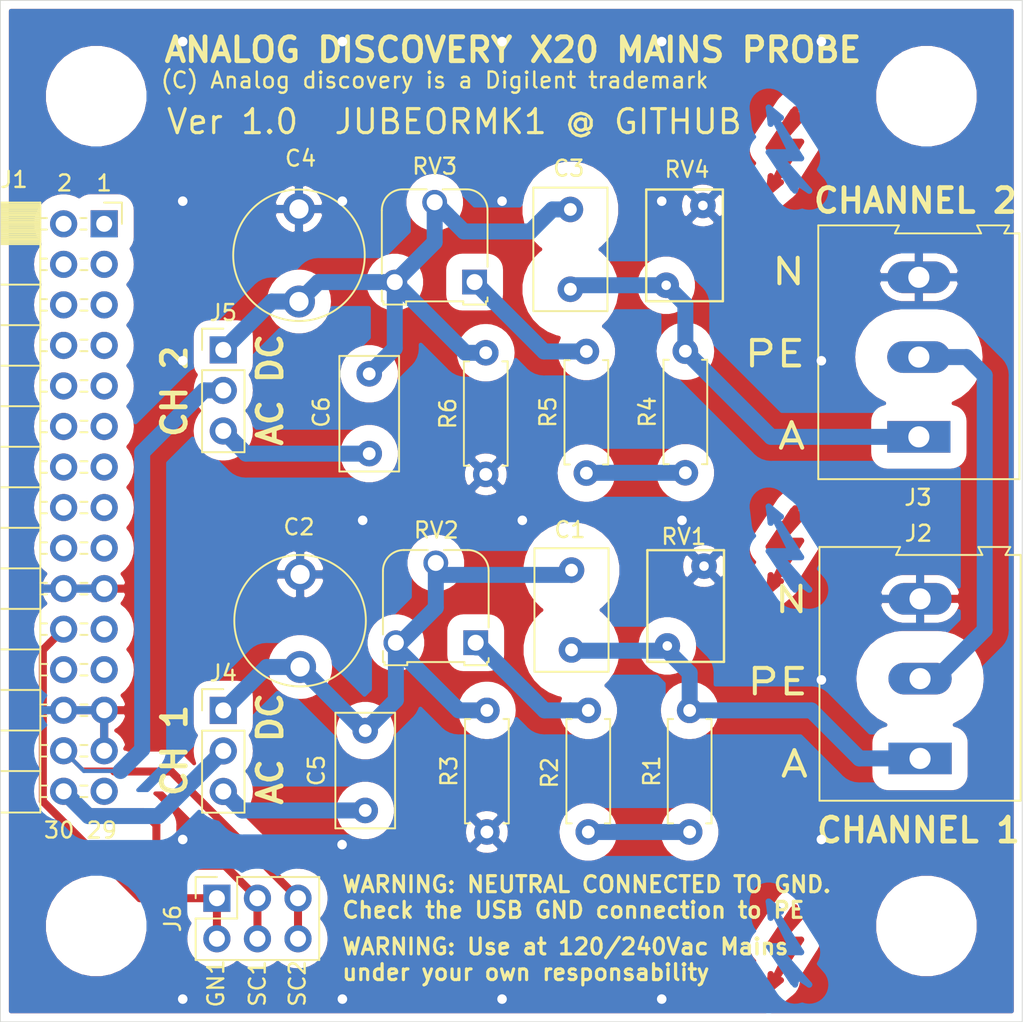
<source format=kicad_pcb>
(kicad_pcb (version 20171130) (host pcbnew "(5.1.2)-1")
  (title_block (date 2019-10-02))
  (layers (0 F.Cu signal hide) (31 B.Cu signal) (34 B.Paste user hide) (35 F.Paste user hide) (36 B.SilkS user) (37 F.SilkS user) (38 B.Mask user) (39 F.Mask user hide) (44 Edge.Cuts user))
  (net 0 "")
  (net 1 /VIN_SC1_P)
  (net 2 /VIN_SC2_P)
  (net 3 /VOUT+5V0)
  (net 4 /VOUT-5V0)
  (net 5 /VOUT_AWG1)
  (net 6 /VOUT_AWG2)
  (net 7 /TRIG_1)
  (net 8 /TRIG_2)
  (net 9 /DIO_0)
  (net 10 /DIO_8)
  (net 11 /DIO_1)
  (net 12 /DIO_9)
  (net 13 /DIO_2)
  (net 14 /DIO_10)
  (net 15 /DIO_3)
  (net 16 /DIO_11)
  (net 17 /DIO_4)
  (net 18 /DIO_12)
  (net 19 /DIO_5)
  (net 20 /DIO_13)
  (net 21 /DIO_6)
  (net 22 /DIO_14)
  (net 23 /DIO_7)
  (net 24 /DIO_15)
  (net 25 GND)
  (net 26 Earth_Protective)
  (net 27 "Net-(C1-Pad2)")
  (net 28 "Net-(C3-Pad2)")
  (net 29 "Net-(R1-Pad1)")
  (net 30 "Net-(R4-Pad1)")
  (net 31 "Net-(R2-Pad1)")
  (net 32 "Net-(R5-Pad1)")
  (net 33 "Net-(C1-Pad1)")
  (net 34 "Net-(C5-Pad2)")
  (net 35 "Net-(C3-Pad1)")
  (net 36 "Net-(C6-Pad2)")
  (net 37 "Net-(J2-Pad2)")
  (net 38 "Net-(J3-Pad2)")
  (module Connector_PinSocket_2.54mm:PinSocket_2x03_P2.54mm_Vertical (layer F.Cu) (at 124.06 122.26 90)
    (fp_text reference J6 (at -1.27 -2.77 90) (layer F.SilkS))
    (fp_text value Conn_02x03_Counter_Clockwise)
    (pad 6 thru_hole oval (at -2.54 5.08 90) (size 1.7 1.7) (drill 1) (layers *.Cu *.Mask) (net 2 /VIN_SC2_P))
    (pad 5 thru_hole oval (at 0 5.08 90) (size 1.7 1.7) (drill 1) (layers *.Cu *.Mask) (net 2 /VIN_SC2_P))
    (pad 4 thru_hole oval (at -2.54 2.54 90) (size 1.7 1.7) (drill 1) (layers *.Cu *.Mask) (net 1 /VIN_SC1_P))
    (pad 3 thru_hole oval (at 0 2.54 90) (size 1.7 1.7) (drill 1) (layers *.Cu *.Mask) (net 1 /VIN_SC1_P))
    (pad 2 thru_hole oval (at -2.54 0 90) (size 1.7 1.7) (drill 1) (layers *.Cu *.Mask) (net 5 /VOUT_AWG1))
    (pad 1 thru_hole rect (at 0 0 90) (size 1.7 1.7) (drill 1) (layers *.Cu *.Mask) (net 5 /VOUT_AWG1))
  )
  (module Connector_PinHeader_2.54mm:PinHeader_1x03_P2.54mm_Vertical (layer F.Cu) (at 124.46 87.9)
    (fp_text reference J5 (at 0 -2.33) (layer F.SilkS))
    (fp_text value Conn_01x03_Male)
    (pad 3 thru_hole oval (at 0 5.08) (size 1.7 1.7) (drill 1) (layers *.Cu *.Mask) (net 36 "Net-(C6-Pad2)"))
    (pad 2 thru_hole oval (at 0 2.54) (size 1.7 1.7) (drill 1) (layers *.Cu *.Mask) (net 2 /VIN_SC2_P))
    (pad 1 thru_hole rect (at 0 0) (size 1.7 1.7) (drill 1) (layers *.Cu *.Mask) (net 35 "Net-(C3-Pad1)"))
  )
  (module Capacitor_THT:C_Rect_L7.0mm_W3.5mm_P5.00mm (layer F.Cu) (at 133.6 89.4 270)
    (fp_text reference C6 (at 2.4 3 90) (layer F.SilkS))
    (fp_text value 0.1uF)
    (pad 2 thru_hole circle (at 5 0 270) (size 1.6 1.6) (drill 0.8) (layers *.Cu *.Mask) (net 36 "Net-(C6-Pad2)"))
    (pad 1 thru_hole circle (at 0 0 270) (size 1.6 1.6) (drill 0.8) (layers *.Cu *.Mask) (net 35 "Net-(C3-Pad1)"))
  )
  (module Connector_PinHeader_2.54mm:PinHeader_1x03_P2.54mm_Vertical (layer F.Cu) (at 124.46 110.49)
    (fp_text reference J4 (at 0 -2.33) (layer F.SilkS))
    (fp_text value Conn_01x03_Male)
    (pad 3 thru_hole oval (at 0 5.08) (size 1.7 1.7) (drill 1) (layers *.Cu *.Mask) (net 34 "Net-(C5-Pad2)"))
    (pad 2 thru_hole oval (at 0 2.54) (size 1.7 1.7) (drill 1) (layers *.Cu *.Mask) (net 1 /VIN_SC1_P))
    (pad 1 thru_hole rect (at 0 0) (size 1.7 1.7) (drill 1) (layers *.Cu *.Mask) (net 33 "Net-(C1-Pad1)"))
  )
  (module Capacitor_THT:C_Rect_L7.0mm_W3.5mm_P5.00mm (layer F.Cu) (at 133.35 111.76 270)
    (fp_text reference C5 (at 2.5 3.05 90) (layer F.SilkS))
    (fp_text value 0.1uF)
    (pad 2 thru_hole circle (at 5 0 270) (size 1.6 1.6) (drill 0.8) (layers *.Cu *.Mask) (net 34 "Net-(C5-Pad2)"))
    (pad 1 thru_hole circle (at 0 0 270) (size 1.6 1.6) (drill 0.8) (layers *.Cu *.Mask) (net 33 "Net-(C1-Pad1)"))
  )
  (module my_footprint_library:C_trimmer_Axial_6.7mm (layer F.Cu) (at 129.2 81.97 180)
    (fp_text reference C4 (at -0.1 6.07) (layer F.SilkS))
    (fp_text value 9-70p)
    (pad 2 thru_hole oval (at 0 2.9 180) (size 2 2) (drill 1.2) (layers *.Cu *.Mask) (net 25 GND))
    (pad 1 thru_hole oval (at 0 -2.9 180) (size 2 2) (drill 1.2) (layers *.Cu *.Mask) (net 35 "Net-(C3-Pad1)"))
  )
  (module my_footprint_library:C_trimmer_Axial_6.7mm (layer F.Cu) (at 129.27 104.87 180)
    (fp_text reference C2 (at 0.07 5.87) (layer F.SilkS))
    (fp_text value 9-70p)
    (pad 2 thru_hole oval (at 0 2.9 180) (size 2 2) (drill 1.2) (layers *.Cu *.Mask) (net 25 GND))
    (pad 1 thru_hole oval (at 0 -2.9 180) (size 2 2) (drill 1.2) (layers *.Cu *.Mask) (net 33 "Net-(C1-Pad1)"))
  )
  (module Varistor:RV_Disc_D7mm_W4.8mm_P5mm (layer F.Cu) (at 152.2 83.85 90)
    (fp_text reference RV4 (at 7.25 1.3 180) (layer F.SilkS))
    (fp_text value "270VAC Breakdown 720V")
    (pad 2 thru_hole circle (at 5 2.3 90) (size 1.6 1.6) (drill 0.6) (layers *.Cu *.Mask) (net 25 GND))
    (pad 1 thru_hole circle (at 0 0 90) (size 1.6 1.6) (drill 0.6) (layers *.Cu *.Mask) (net 28 "Net-(C3-Pad2)"))
  )
  (module Potentiometer_THT:Potentiometer_Runtron_RM-065_Vertical (layer F.Cu) (at 140.2 83.65 180)
    (fp_text reference RV3 (at 2.5 7.25) (layer F.SilkS))
    (fp_text value 500k)
    (pad 2 thru_hole circle (at 2.5 5 180) (size 1.55 1.55) (drill 1) (layers *.Cu *.Mask) (net 35 "Net-(C3-Pad1)"))
    (pad 1 thru_hole rect (at 0 0 180) (size 1.55 1.55) (drill 1) (layers *.Cu *.Mask) (net 32 "Net-(R5-Pad1)"))
    (pad 3 thru_hole circle (at 5 0 180) (size 1.55 1.55) (drill 1) (layers *.Cu *.Mask) (net 35 "Net-(C3-Pad1)"))
  )
  (module Potentiometer_THT:Potentiometer_Runtron_RM-065_Vertical (layer F.Cu) (at 140.27 106.25 180)
    (fp_text reference RV2 (at 2.47 7.05) (layer F.SilkS))
    (fp_text value 500k)
    (pad 2 thru_hole circle (at 2.5 5 180) (size 1.55 1.55) (drill 1) (layers *.Cu *.Mask) (net 33 "Net-(C1-Pad1)"))
    (pad 1 thru_hole rect (at 0 0 180) (size 1.55 1.55) (drill 1) (layers *.Cu *.Mask) (net 31 "Net-(R2-Pad1)"))
    (pad 3 thru_hole circle (at 5 0 180) (size 1.55 1.55) (drill 1) (layers *.Cu *.Mask) (net 33 "Net-(C1-Pad1)"))
  )
  (module Varistor:RV_Disc_D7mm_W4.8mm_P5mm (layer F.Cu) (at 152.27 106.45 90)
    (fp_text reference RV1 (at 6.85 1.03 180) (layer F.SilkS))
    (fp_text value "270VAC Breakdown 720V")
    (pad 2 thru_hole circle (at 5 2.3 90) (size 1.6 1.6) (drill 0.6) (layers *.Cu *.Mask) (net 25 GND))
    (pad 1 thru_hole circle (at 0 0 90) (size 1.6 1.6) (drill 0.6) (layers *.Cu *.Mask) (net 27 "Net-(C1-Pad2)"))
  )
  (module Resistor_THT:R_Axial_DIN0207_L6.3mm_D2.5mm_P7.62mm_Horizontal (layer F.Cu) (at 140.9 95.7 90)
    (fp_text reference R6 (at 3.81 -2.37 90) (layer F.SilkS))
    (fp_text value 1M)
    (pad 2 thru_hole oval (at 7.62 0 90) (size 1.6 1.6) (drill 0.8) (layers *.Cu *.Mask) (net 35 "Net-(C3-Pad1)"))
    (pad 1 thru_hole circle (at 0 0 90) (size 1.6 1.6) (drill 0.8) (layers *.Cu *.Mask) (net 25 GND))
  )
  (module Resistor_THT:R_Axial_DIN0207_L6.3mm_D2.5mm_P7.62mm_Horizontal (layer F.Cu) (at 147.2 88 270)
    (fp_text reference R5 (at 3.8 2.4 90) (layer F.SilkS))
    (fp_text value 220k)
    (pad 2 thru_hole oval (at 7.62 0 270) (size 1.6 1.6) (drill 0.8) (layers *.Cu *.Mask) (net 30 "Net-(R4-Pad1)"))
    (pad 1 thru_hole circle (at 0 0 270) (size 1.6 1.6) (drill 0.8) (layers *.Cu *.Mask) (net 32 "Net-(R5-Pad1)"))
  )
  (module Resistor_THT:R_Axial_DIN0207_L6.3mm_D2.5mm_P7.62mm_Horizontal (layer F.Cu) (at 153.4 95.6 90)
    (fp_text reference R4 (at 3.81 -2.37 90) (layer F.SilkS))
    (fp_text value 9M1)
    (pad 2 thru_hole oval (at 7.62 0 90) (size 1.6 1.6) (drill 0.8) (layers *.Cu *.Mask) (net 28 "Net-(C3-Pad2)"))
    (pad 1 thru_hole circle (at 0 0 90) (size 1.6 1.6) (drill 0.8) (layers *.Cu *.Mask) (net 30 "Net-(R4-Pad1)"))
  )
  (module Resistor_THT:R_Axial_DIN0207_L6.3mm_D2.5mm_P7.62mm_Horizontal (layer F.Cu) (at 140.97 118.11 90)
    (fp_text reference R3 (at 3.81 -2.37 90) (layer F.SilkS))
    (fp_text value 1M)
    (pad 2 thru_hole oval (at 7.62 0 90) (size 1.6 1.6) (drill 0.8) (layers *.Cu *.Mask) (net 33 "Net-(C1-Pad1)"))
    (pad 1 thru_hole circle (at 0 0 90) (size 1.6 1.6) (drill 0.8) (layers *.Cu *.Mask) (net 25 GND))
  )
  (module Resistor_THT:R_Axial_DIN0207_L6.3mm_D2.5mm_P7.62mm_Horizontal (layer F.Cu) (at 147.32 110.49 270)
    (fp_text reference R2 (at 3.91 2.42 90) (layer F.SilkS))
    (fp_text value 220k)
    (pad 2 thru_hole oval (at 7.62 0 270) (size 1.6 1.6) (drill 0.8) (layers *.Cu *.Mask) (net 29 "Net-(R1-Pad1)"))
    (pad 1 thru_hole circle (at 0 0 270) (size 1.6 1.6) (drill 0.8) (layers *.Cu *.Mask) (net 31 "Net-(R2-Pad1)"))
  )
  (module Resistor_THT:R_Axial_DIN0207_L6.3mm_D2.5mm_P7.62mm_Horizontal (layer F.Cu) (at 153.67 118.11 90)
    (fp_text reference R1 (at 3.81 -2.37 90) (layer F.SilkS))
    (fp_text value 9M1)
    (pad 2 thru_hole oval (at 7.62 0 90) (size 1.6 1.6) (drill 0.8) (layers *.Cu *.Mask) (net 27 "Net-(C1-Pad2)"))
    (pad 1 thru_hole circle (at 0 0 90) (size 1.6 1.6) (drill 0.8) (layers *.Cu *.Mask) (net 29 "Net-(R1-Pad1)"))
  )
  (module Symbol:Symbol_Highvoltage_Type1_CopperTop_Small (layer B.Cu) (at 159 99.75)
    (fp_text reference REF** hide)
    (fp_text value Symbol_Highvoltage_Type1_CopperTop_Small)
    (fp_line (start -0.127 -1.524) (end -0.254 -1.016) (layer B.Cu) (width 0.381))
    (fp_line (start 1.016 0.762) (end -0.127 -1.524) (layer B.Cu) (width 0.381))
    (fp_line (start -0.381 0.762) (end 1.016 0.762) (layer B.Cu) (width 0.381))
    (fp_line (start 1.143 3.048) (end -0.381 0.762) (layer B.Cu) (width 0.381))
    (fp_line (start 1.397 2.667) (end 1.27 3.175) (layer B.Cu) (width 0.381))
    (fp_line (start 2.159 3.175) (end 1.397 2.667) (layer B.Cu) (width 0.381))
    (fp_line (start 0.381 1.143) (end 2.159 3.175) (layer B.Cu) (width 0.381))
    (fp_line (start 1.651 1.143) (end 0.381 1.143) (layer B.Cu) (width 0.381))
    (fp_line (start -0.127 -1.651) (end 1.651 1.143) (layer B.Cu) (width 0.381))
    (fp_line (start 0.381 -1.397) (end -0.127 -1.651) (layer B.Cu) (width 0.381))
    (fp_line (start -0.381 -2.032) (end 0.381 -1.397) (layer B.Cu) (width 0.381))
    (fp_line (start -0.254 -1.016) (end -0.381 -2.032) (layer B.Cu) (width 0.381))
    (fp_line (start 0 0.889) (end 1.27 0.889) (layer B.Cu) (width 0.381))
    (fp_line (start 1.397 2.794) (end 0 0.889) (layer B.Cu) (width 0.381))
  )
  (module Symbol:Symbol_Highvoltage_Type1_CopperTop_Small (layer B.Cu) (at 159 74.75)
    (fp_text reference REF** hide)
    (fp_text value Symbol_Highvoltage_Type1_CopperTop_Small)
    (fp_line (start -0.127 -1.524) (end -0.254 -1.016) (layer B.Cu) (width 0.381))
    (fp_line (start 1.016 0.762) (end -0.127 -1.524) (layer B.Cu) (width 0.381))
    (fp_line (start -0.381 0.762) (end 1.016 0.762) (layer B.Cu) (width 0.381))
    (fp_line (start 1.143 3.048) (end -0.381 0.762) (layer B.Cu) (width 0.381))
    (fp_line (start 1.397 2.667) (end 1.27 3.175) (layer B.Cu) (width 0.381))
    (fp_line (start 2.159 3.175) (end 1.397 2.667) (layer B.Cu) (width 0.381))
    (fp_line (start 0.381 1.143) (end 2.159 3.175) (layer B.Cu) (width 0.381))
    (fp_line (start 1.651 1.143) (end 0.381 1.143) (layer B.Cu) (width 0.381))
    (fp_line (start -0.127 -1.651) (end 1.651 1.143) (layer B.Cu) (width 0.381))
    (fp_line (start 0.381 -1.397) (end -0.127 -1.651) (layer B.Cu) (width 0.381))
    (fp_line (start -0.381 -2.032) (end 0.381 -1.397) (layer B.Cu) (width 0.381))
    (fp_line (start -0.254 -1.016) (end -0.381 -2.032) (layer B.Cu) (width 0.381))
    (fp_line (start 0 0.889) (end 1.27 0.889) (layer B.Cu) (width 0.381))
    (fp_line (start 1.397 2.794) (end 0 0.889) (layer B.Cu) (width 0.381))
  )
  (module Symbol:Symbol_Highvoltage_Type1_CopperTop_Small (layer B.Cu) (at 159 124.5)
    (fp_text reference REF** hide)
    (fp_text value Symbol_Highvoltage_Type1_CopperTop_Small)
    (fp_line (start 1.397 2.794) (end 0 0.889) (layer B.Cu) (width 0.381))
    (fp_line (start 0 0.889) (end 1.27 0.889) (layer B.Cu) (width 0.381))
    (fp_line (start -0.254 -1.016) (end -0.381 -2.032) (layer B.Cu) (width 0.381))
    (fp_line (start -0.381 -2.032) (end 0.381 -1.397) (layer B.Cu) (width 0.381))
    (fp_line (start 0.381 -1.397) (end -0.127 -1.651) (layer B.Cu) (width 0.381))
    (fp_line (start -0.127 -1.651) (end 1.651 1.143) (layer B.Cu) (width 0.381))
    (fp_line (start 1.651 1.143) (end 0.381 1.143) (layer B.Cu) (width 0.381))
    (fp_line (start 0.381 1.143) (end 2.159 3.175) (layer B.Cu) (width 0.381))
    (fp_line (start 2.159 3.175) (end 1.397 2.667) (layer B.Cu) (width 0.381))
    (fp_line (start 1.397 2.667) (end 1.27 3.175) (layer B.Cu) (width 0.381))
    (fp_line (start 1.143 3.048) (end -0.381 0.762) (layer B.Cu) (width 0.381))
    (fp_line (start -0.381 0.762) (end 1.016 0.762) (layer B.Cu) (width 0.381))
    (fp_line (start 1.016 0.762) (end -0.127 -1.524) (layer B.Cu) (width 0.381))
    (fp_line (start -0.127 -1.524) (end -0.254 -1.016) (layer B.Cu) (width 0.381))
  )
  (module Symbol:Symbol_Highvoltage_Type1_CopperTop_Small (layer F.Cu) (at 159 126)
    (fp_text reference REF** hide)
    (fp_text value Symbol_Highvoltage_Type1_CopperTop_Small)
    (fp_line (start 1.397 -2.794) (end 0 -0.889) (layer F.Cu) (width 0.381))
    (fp_line (start 0 -0.889) (end 1.27 -0.889) (layer F.Cu) (width 0.381))
    (fp_line (start -0.254 1.016) (end -0.381 2.032) (layer F.Cu) (width 0.381))
    (fp_line (start -0.381 2.032) (end 0.381 1.397) (layer F.Cu) (width 0.381))
    (fp_line (start 0.381 1.397) (end -0.127 1.651) (layer F.Cu) (width 0.381))
    (fp_line (start -0.127 1.651) (end 1.651 -1.143) (layer F.Cu) (width 0.381))
    (fp_line (start 1.651 -1.143) (end 0.381 -1.143) (layer F.Cu) (width 0.381))
    (fp_line (start 0.381 -1.143) (end 2.159 -3.175) (layer F.Cu) (width 0.381))
    (fp_line (start 2.159 -3.175) (end 1.397 -2.667) (layer F.Cu) (width 0.381))
    (fp_line (start 1.397 -2.667) (end 1.27 -3.175) (layer F.Cu) (width 0.381))
    (fp_line (start 1.143 -3.048) (end -0.381 -0.762) (layer F.Cu) (width 0.381))
    (fp_line (start -0.381 -0.762) (end 1.016 -0.762) (layer F.Cu) (width 0.381))
    (fp_line (start 1.016 -0.762) (end -0.127 1.524) (layer F.Cu) (width 0.381))
    (fp_line (start -0.127 1.524) (end -0.254 1.016) (layer F.Cu) (width 0.381))
  )
  (module Symbol:Symbol_Highvoltage_Type1_CopperTop_Small (layer F.Cu) (at 159 101)
    (fp_text reference REF** hide)
    (fp_text value Symbol_Highvoltage_Type1_CopperTop_Small)
    (fp_line (start 1.397 -2.794) (end 0 -0.889) (layer F.Cu) (width 0.381))
    (fp_line (start 0 -0.889) (end 1.27 -0.889) (layer F.Cu) (width 0.381))
    (fp_line (start -0.254 1.016) (end -0.381 2.032) (layer F.Cu) (width 0.381))
    (fp_line (start -0.381 2.032) (end 0.381 1.397) (layer F.Cu) (width 0.381))
    (fp_line (start 0.381 1.397) (end -0.127 1.651) (layer F.Cu) (width 0.381))
    (fp_line (start -0.127 1.651) (end 1.651 -1.143) (layer F.Cu) (width 0.381))
    (fp_line (start 1.651 -1.143) (end 0.381 -1.143) (layer F.Cu) (width 0.381))
    (fp_line (start 0.381 -1.143) (end 2.159 -3.175) (layer F.Cu) (width 0.381))
    (fp_line (start 2.159 -3.175) (end 1.397 -2.667) (layer F.Cu) (width 0.381))
    (fp_line (start 1.397 -2.667) (end 1.27 -3.175) (layer F.Cu) (width 0.381))
    (fp_line (start 1.143 -3.048) (end -0.381 -0.762) (layer F.Cu) (width 0.381))
    (fp_line (start -0.381 -0.762) (end 1.016 -0.762) (layer F.Cu) (width 0.381))
    (fp_line (start 1.016 -0.762) (end -0.127 1.524) (layer F.Cu) (width 0.381))
    (fp_line (start -0.127 1.524) (end -0.254 1.016) (layer F.Cu) (width 0.381))
  )
  (module Symbol:Symbol_Highvoltage_Type1_CopperTop_Small (layer F.Cu) (at 159 76)
    (fp_text reference REF** hide)
    (fp_text value Symbol_Highvoltage_Type1_CopperTop_Small)
    (fp_line (start -0.127 1.524) (end -0.254 1.016) (layer F.Cu) (width 0.381))
    (fp_line (start 1.016 -0.762) (end -0.127 1.524) (layer F.Cu) (width 0.381))
    (fp_line (start -0.381 -0.762) (end 1.016 -0.762) (layer F.Cu) (width 0.381))
    (fp_line (start 1.143 -3.048) (end -0.381 -0.762) (layer F.Cu) (width 0.381))
    (fp_line (start 1.397 -2.667) (end 1.27 -3.175) (layer F.Cu) (width 0.381))
    (fp_line (start 2.159 -3.175) (end 1.397 -2.667) (layer F.Cu) (width 0.381))
    (fp_line (start 0.381 -1.143) (end 2.159 -3.175) (layer F.Cu) (width 0.381))
    (fp_line (start 1.651 -1.143) (end 0.381 -1.143) (layer F.Cu) (width 0.381))
    (fp_line (start -0.127 1.651) (end 1.651 -1.143) (layer F.Cu) (width 0.381))
    (fp_line (start 0.381 1.397) (end -0.127 1.651) (layer F.Cu) (width 0.381))
    (fp_line (start -0.381 2.032) (end 0.381 1.397) (layer F.Cu) (width 0.381))
    (fp_line (start -0.254 1.016) (end -0.381 2.032) (layer F.Cu) (width 0.381))
    (fp_line (start 0 -0.889) (end 1.27 -0.889) (layer F.Cu) (width 0.381))
    (fp_line (start 1.397 -2.794) (end 0 -0.889) (layer F.Cu) (width 0.381))
  )
  (module TerminalBlock:TerminalBlock_Altech_AK300-3_P5.00mm (layer F.Cu) (at 168.025 93.35 90)
    (fp_text reference J3 (at -3.8 -0.05 180) (layer F.SilkS))
    (fp_text value Conn_01x03_Female)
    (pad 3 thru_hole oval (at 10 0 90) (size 1.98 3.96) (drill 1.32) (layers *.Cu *.Mask) (net 25 GND))
    (pad 2 thru_hole oval (at 5 0 90) (size 1.98 3.96) (drill 1.32) (layers *.Cu *.Mask) (net 38 "Net-(J3-Pad2)") (clearance 2))
    (pad 1 thru_hole rect (at 0 0 90) (size 1.98 3.96) (drill 1.32) (layers *.Cu *.Mask) (net 28 "Net-(C3-Pad2)"))
  )
  (module Capacitor_THT:C_Disc_D7.5mm_W4.4mm_P5.00mm (layer F.Cu) (at 146.2 79.1 270)
    (fp_text reference C3 (at -2.575 0.1 180) (layer F.SilkS))
    (fp_text value 5p6)
    (pad 2 thru_hole circle (at 5 0 270) (size 1.6 1.6) (drill 0.8) (layers *.Cu *.Mask) (net 28 "Net-(C3-Pad2)") (clearance 2.2))
    (pad 1 thru_hole circle (at 0 0 270) (size 1.6 1.6) (drill 0.8) (layers *.Cu *.Mask) (net 35 "Net-(C3-Pad1)") (clearance 2.2))
  )
  (module Capacitor_THT:C_Disc_D7.5mm_W4.4mm_P5.00mm (layer F.Cu) (at 146.27 101.7 270)
    (fp_text reference C1 (at -2.525 0.1 180) (layer F.SilkS))
    (fp_text value 5p6)
    (pad 2 thru_hole circle (at 5 0 270) (size 1.6 1.6) (drill 0.8) (layers *.Cu *.Mask) (net 27 "Net-(C1-Pad2)") (clearance 2.2))
    (pad 1 thru_hole circle (at 0 0 270) (size 1.6 1.6) (drill 0.8) (layers *.Cu *.Mask) (net 33 "Net-(C1-Pad1)") (clearance 2.2))
  )
  (module TerminalBlock:TerminalBlock_Altech_AK300-3_P5.00mm (layer F.Cu) (at 168.1 113.5 90)
    (fp_text reference J2 (at 14.1 -0.1 180) (layer F.SilkS))
    (fp_text value Conn_01x03_Female)
    (pad 3 thru_hole oval (at 10 0 90) (size 1.98 3.96) (drill 1.32) (layers *.Cu *.Mask) (net 25 GND))
    (pad 2 thru_hole oval (at 5 0 90) (size 1.98 3.96) (drill 1.32) (layers *.Cu *.Mask) (net 37 "Net-(J2-Pad2)") (clearance 2))
    (pad 1 thru_hole rect (at 0 0 90) (size 1.98 3.96) (drill 1.32) (layers *.Cu *.Mask) (net 27 "Net-(C1-Pad2)"))
  )
  (module Connector_PinSocket_2.54mm:PinSocket_2x15_P2.54mm_Horizontal (layer F.Cu) (at 117 80)
    (fp_text reference J1 (at -5.65 -2.77) (layer F.SilkS))
    (fp_text value Conn_02x15_Counter_Clockwise)
    (pad 30 thru_hole oval (at -2.54 35.56) (size 1.7 1.7) (drill 1) (layers *.Cu *.Mask) (net 1 /VIN_SC1_P))
    (pad 29 thru_hole oval (at 0 35.56) (size 1.7 1.7) (drill 1) (layers *.Cu *.Mask) (net 25 GND) (clearance 0.2))
    (pad 28 thru_hole oval (at -2.54 33.02) (size 1.7 1.7) (drill 1) (layers *.Cu *.Mask) (net 2 /VIN_SC2_P))
    (pad 27 thru_hole oval (at 0 33.02) (size 1.7 1.7) (drill 1) (layers *.Cu *.Mask) (net 25 GND) (clearance 0.2))
    (pad 26 thru_hole oval (at -2.54 30.48) (size 1.7 1.7) (drill 1) (layers *.Cu *.Mask) (net 25 GND) (clearance 0.2))
    (pad 25 thru_hole oval (at 0 30.48) (size 1.7 1.7) (drill 1) (layers *.Cu *.Mask) (net 25 GND) (clearance 0.2))
    (pad 24 thru_hole oval (at -2.54 27.94) (size 1.7 1.7) (drill 1) (layers *.Cu *.Mask) (net 3 /VOUT+5V0))
    (pad 23 thru_hole oval (at 0 27.94) (size 1.7 1.7) (drill 1) (layers *.Cu *.Mask) (net 4 /VOUT-5V0))
    (pad 22 thru_hole oval (at -2.54 25.4) (size 1.7 1.7) (drill 1) (layers *.Cu *.Mask) (net 5 /VOUT_AWG1))
    (pad 21 thru_hole oval (at 0 25.4) (size 1.7 1.7) (drill 1) (layers *.Cu *.Mask) (net 6 /VOUT_AWG2))
    (pad 20 thru_hole oval (at -2.54 22.86) (size 1.7 1.7) (drill 1) (layers *.Cu *.Mask) (net 25 GND) (clearance 0.2))
    (pad 19 thru_hole oval (at 0 22.86) (size 1.7 1.7) (drill 1) (layers *.Cu *.Mask) (net 25 GND) (clearance 0.2))
    (pad 18 thru_hole oval (at -2.54 20.32) (size 1.7 1.7) (drill 1) (layers *.Cu *.Mask) (net 7 /TRIG_1))
    (pad 17 thru_hole oval (at 0 20.32) (size 1.7 1.7) (drill 1) (layers *.Cu *.Mask) (net 8 /TRIG_2))
    (pad 16 thru_hole oval (at -2.54 17.78) (size 1.7 1.7) (drill 1) (layers *.Cu *.Mask) (net 9 /DIO_0))
    (pad 15 thru_hole oval (at 0 17.78) (size 1.7 1.7) (drill 1) (layers *.Cu *.Mask) (net 10 /DIO_8))
    (pad 14 thru_hole oval (at -2.54 15.24) (size 1.7 1.7) (drill 1) (layers *.Cu *.Mask) (net 11 /DIO_1))
    (pad 13 thru_hole oval (at 0 15.24) (size 1.7 1.7) (drill 1) (layers *.Cu *.Mask) (net 12 /DIO_9))
    (pad 12 thru_hole oval (at -2.54 12.7) (size 1.7 1.7) (drill 1) (layers *.Cu *.Mask) (net 13 /DIO_2))
    (pad 11 thru_hole oval (at 0 12.7) (size 1.7 1.7) (drill 1) (layers *.Cu *.Mask) (net 14 /DIO_10))
    (pad 10 thru_hole oval (at -2.54 10.16) (size 1.7 1.7) (drill 1) (layers *.Cu *.Mask) (net 15 /DIO_3))
    (pad 9 thru_hole oval (at 0 10.16) (size 1.7 1.7) (drill 1) (layers *.Cu *.Mask) (net 16 /DIO_11))
    (pad 8 thru_hole oval (at -2.54 7.62) (size 1.7 1.7) (drill 1) (layers *.Cu *.Mask) (net 17 /DIO_4))
    (pad 7 thru_hole oval (at 0 7.62) (size 1.7 1.7) (drill 1) (layers *.Cu *.Mask) (net 18 /DIO_12))
    (pad 6 thru_hole oval (at -2.54 5.08) (size 1.7 1.7) (drill 1) (layers *.Cu *.Mask) (net 19 /DIO_5))
    (pad 5 thru_hole oval (at 0 5.08) (size 1.7 1.7) (drill 1) (layers *.Cu *.Mask) (net 20 /DIO_13))
    (pad 4 thru_hole oval (at -2.54 2.54) (size 1.7 1.7) (drill 1) (layers *.Cu *.Mask) (net 21 /DIO_6))
    (pad 3 thru_hole oval (at 0 2.54) (size 1.7 1.7) (drill 1) (layers *.Cu *.Mask) (net 22 /DIO_14))
    (pad 2 thru_hole oval (at -2.54 0) (size 1.7 1.7) (drill 1) (layers *.Cu *.Mask) (net 23 /DIO_7))
    (pad 1 thru_hole rect (at 0 0) (size 1.7 1.7) (drill 1) (layers *.Cu *.Mask) (net 24 /DIO_15))
  )
  (module MountingHole:MountingHole_4.3mm_M4 (layer F.Cu) (at 168.5 124)
    (fp_text reference REF** hide)
    (fp_text value MountingHole_4.3mm_M4)
    (pad 1 np_thru_hole circle (at 0 0) (size 4.3 4.3) (drill 4.3) (layers *.Cu *.Mask))
  )
  (module MountingHole:MountingHole_4.3mm_M4 (layer F.Cu) (at 116.5 124)
    (fp_text reference REF** hide)
    (fp_text value MountingHole_4.3mm_M4)
    (pad 1 np_thru_hole circle (at 0 0) (size 4.3 4.3) (drill 4.3) (layers *.Cu *.Mask))
  )
  (module MountingHole:MountingHole_4.3mm_M4 (layer F.Cu) (at 168.5 72)
    (fp_text reference REF** hide)
    (fp_text value MountingHole_4.3mm_M4)
    (pad 1 np_thru_hole circle (at 0 0) (size 4.3 4.3) (drill 4.3) (layers *.Cu *.Mask))
  )
  (module MountingHole:MountingHole_4.3mm_M4 (layer F.Cu) (at 116.5 72)
    (fp_text reference REF** hide)
    (fp_text value MountingHole_4.3mm_M4 hide)
    (pad 1 np_thru_hole circle (at 0 0) (size 4.3 4.3) (drill 4.3) (layers *.Cu *.Mask))
  )
  (gr_text SC2 (at 129.1 127.6 90) (layer F.SilkS) (effects (font (size 1 1))))
  (gr_text SC1 (at 126.6 127.6 90) (layer F.SilkS) (effects (font (size 1 1))))
  (gr_text GN1 (at 124 127.6 90) (layer F.SilkS) (effects (font (size 1 1))))
  (gr_text "(C) Analog discovery is a Digilent trademark" (at 137.7 71) (layer F.SilkS) (effects (font (size 1 1))))
  (gr_text "30 29" (at 117.9 118) (layer F.SilkS) (effects (font (size 1 1)) (justify right)))
  (gr_text "CH 2" (at 121.4 90.5 90) (layer F.SilkS) (effects (font (size 1.5 1.5) (thickness 0.3))))
  (gr_text "CH 1" (at 121.4 113 90) (layer F.SilkS) (effects (font (size 1.5 1.5) (thickness 0.3))))
  (gr_text "AC DC" (at 127.4 90.4 90) (layer F.SilkS) (effects (font (size 1.5 1.5) (thickness 0.3))))
  (gr_text "AC DC" (at 127.4 112.9 90) (layer F.SilkS) (effects (font (size 1.5 1.5) (thickness 0.3))))
  (gr_text "WARNING: Use at 120/240Vac Mains\nunder your own responsability" (at 131.8 126.1) (layer F.SilkS) (effects (font (size 1 1) (thickness 0.2)) (justify left)))
  (gr_text "Ver 1.0  JUBEORMK1 @ GITHUB" (at 120.8 73.6) (layer F.SilkS) (effects (font (size 1.5 1.5) (thickness 0.2)) (justify left)))
  (gr_text "WARNING: NEUTRAL CONNECTED TO GND.\nCheck the USB GND connection to PE" (at 131.8 122.2) (layer F.SilkS) (effects (font (size 1 1) (thickness 0.2)) (justify left)))
  (gr_text "ANALOG DISCOVERY X20 MAINS PROBE" (at 142.6 69.1) (layer F.SilkS) (effects (font (size 1.5 1.5) (thickness 0.3))))
  (gr_text "CHANNEL 1" (at 168 118) (layer F.SilkS) (effects (font (size 1.5 1.5) (thickness 0.3))))
  (gr_text "CHANNEL 2" (at 167.8 78.55) (layer F.SilkS) (effects (font (size 1.5 1.5) (thickness 0.3))))
  (gr_text "N\n\nPE\n\nA" (at 161.075 88.15) (layer F.SilkS) (effects (font (size 1.6 2) (thickness 0.25)) (justify right)))
  (gr_text "N\n\nPE\n\nA" (at 161.25 108.7) (layer F.SilkS) (effects (font (size 1.6 2) (thickness 0.25)) (justify right)))
  (gr_text "2  1" (at 117.575 77.45) (layer F.SilkS) (effects (font (size 1 1)) (justify right)))
  (gr_line (start 174.5 130) (end 174.5 66) (layer Edge.Cuts) (width 0.05))
  (gr_line (start 110.5 130) (end 174.5 130) (layer Edge.Cuts) (width 0.05))
  (gr_line (start 110.5 66) (end 174.5 66) (layer Edge.Cuts) (width 0.05))
  (gr_line (start 110.5 130) (end 110.5 66) (layer Edge.Cuts) (width 0.05))
  (segment (start 116.010001 117.110001) (end 114.46 115.56) (width 1) (layer B.Cu) (net 1))
  (segment (start 124.46 113.03) (end 120.379999 117.110001) (width 1) (layer B.Cu) (net 1))
  (segment (start 120.379999 117.110001) (end 116.010001 117.110001) (width 1) (layer B.Cu) (net 1))
  (segment (start 126.6 124.8) (end 126.6 122.26) (width 0.5) (layer F.Cu) (net 1))
  (segment (start 115.309999 116.409999) (end 114.46 115.56) (width 0.5) (layer F.Cu) (net 1))
  (segment (start 115.760001 116.860001) (end 115.309999 116.409999) (width 0.5) (layer F.Cu) (net 1))
  (segment (start 126.6 122.26) (end 124.570001 120.230001) (width 0.5) (layer F.Cu) (net 1))
  (segment (start 124.570001 120.230001) (end 121.127999 120.230001) (width 0.5) (layer F.Cu) (net 1))
  (segment (start 121.127999 120.230001) (end 120.269999 119.372001) (width 0.5) (layer F.Cu) (net 1))
  (segment (start 120.269999 119.372001) (end 120.269999 117.669999) (width 0.5) (layer F.Cu) (net 1))
  (segment (start 120.269999 117.669999) (end 119.460001 116.860001) (width 0.5) (layer F.Cu) (net 1))
  (segment (start 119.460001 116.860001) (end 115.760001 116.860001) (width 0.5) (layer F.Cu) (net 1))
  (segment (start 115.73 114.29) (end 114.46 113.02) (width 0.25) (layer B.Cu) (net 2))
  (segment (start 118.024002 114.29) (end 115.73 114.29) (width 0.25) (layer B.Cu) (net 2))
  (segment (start 118.550001 113.764001) (end 118.024002 114.29) (width 1) (layer B.Cu) (net 2))
  (segment (start 119.38 112.934002) (end 118.550001 113.764001) (width 1) (layer B.Cu) (net 2))
  (segment (start 119.38 94.317919) (end 119.38 112.934002) (width 1) (layer B.Cu) (net 2))
  (segment (start 123.257919 90.44) (end 119.38 94.317919) (width 1) (layer B.Cu) (net 2))
  (segment (start 124.46 90.44) (end 123.257919 90.44) (width 1) (layer B.Cu) (net 2))
  (segment (start 129.14 122.26) (end 129.14 124.8) (width 0.5) (layer F.Cu) (net 2))
  (segment (start 121.200001 114.320001) (end 117.624001 114.320001) (width 0.5) (layer F.Cu) (net 2))
  (segment (start 129.14 122.26) (end 121.200001 114.320001) (width 0.5) (layer F.Cu) (net 2))
  (segment (start 115.309999 113.869999) (end 114.46 113.02) (width 0.25) (layer F.Cu) (net 2))
  (segment (start 115.635001 114.195001) (end 115.309999 113.869999) (width 0.25) (layer F.Cu) (net 2))
  (segment (start 117.564001 114.195001) (end 115.635001 114.195001) (width 0.25) (layer F.Cu) (net 2))
  (segment (start 117.624001 114.255001) (end 117.564001 114.195001) (width 0.25) (layer F.Cu) (net 2))
  (segment (start 117.624001 114.320001) (end 117.624001 114.255001) (width 0.25) (layer F.Cu) (net 2))
  (segment (start 124.06 124.8) (end 124.06 122.26) (width 0.5) (layer F.Cu) (net 5))
  (segment (start 113.610001 106.249999) (end 114.46 105.4) (width 0.5) (layer F.Cu) (net 5))
  (segment (start 113.159999 106.700001) (end 113.610001 106.249999) (width 0.5) (layer F.Cu) (net 5))
  (segment (start 113.159999 116.184001) (end 113.159999 106.700001) (width 0.5) (layer F.Cu) (net 5))
  (segment (start 119.235998 122.26) (end 113.159999 116.184001) (width 0.5) (layer F.Cu) (net 5))
  (segment (start 124.06 122.26) (end 119.235998 122.26) (width 0.5) (layer F.Cu) (net 5))
  (via (at 121.92 68.58) (size 0.8) (drill 0.6) (layers F.Cu B.Cu) (net 25))
  (via (at 131.92 68.58) (size 0.8) (drill 0.6) (layers F.Cu B.Cu) (net 25))
  (via (at 141.92 68.58) (size 0.8) (drill 0.6) (layers F.Cu B.Cu) (net 25))
  (via (at 151.92 68.58) (size 0.8) (drill 0.6) (layers F.Cu B.Cu) (net 25))
  (via (at 161.92 68.58) (size 0.8) (drill 0.6) (layers F.Cu B.Cu) (net 25))
  (via (at 121.92 78.58) (size 0.8) (drill 0.6) (layers F.Cu B.Cu) (net 25))
  (via (at 131.92 78.58) (size 0.8) (drill 0.6) (layers F.Cu B.Cu) (net 25))
  (via (at 141.92 78.58) (size 0.8) (drill 0.6) (layers F.Cu B.Cu) (net 25))
  (via (at 151.92 78.58) (size 0.8) (drill 0.6) (layers F.Cu B.Cu) (net 25))
  (via (at 121.92 88.58) (size 0.8) (drill 0.6) (layers F.Cu B.Cu) (net 25))
  (via (at 161.92 88.58) (size 0.8) (drill 0.6) (layers F.Cu B.Cu) (net 25))
  (via (at 133.19 98.58) (size 0.8) (drill 0.6) (layers F.Cu B.Cu) (net 25))
  (via (at 143.19 98.58) (size 0.8) (drill 0.6) (layers F.Cu B.Cu) (net 25))
  (via (at 153.19 98.58) (size 0.8) (drill 0.6) (layers F.Cu B.Cu) (net 25))
  (via (at 161.92 108.58) (size 0.8) (drill 0.6) (layers F.Cu B.Cu) (net 25))
  (via (at 121.92 118.58) (size 0.8) (drill 0.6) (layers F.Cu B.Cu) (net 25))
  (via (at 131.9 118.9) (size 0.8) (drill 0.6) (layers F.Cu B.Cu) (net 25))
  (via (at 161.92 118.58) (size 0.8) (drill 0.6) (layers F.Cu B.Cu) (net 25))
  (via (at 121.92 128.58) (size 0.8) (drill 0.6) (layers F.Cu B.Cu) (net 25))
  (via (at 131.92 128.58) (size 0.8) (drill 0.6) (layers F.Cu B.Cu) (net 25))
  (via (at 141.92 128.58) (size 0.8) (drill 0.6) (layers F.Cu B.Cu) (net 25))
  (via (at 151.92 128.58) (size 0.8) (drill 0.6) (layers F.Cu B.Cu) (net 25))
  (segment (start 169.09 108.5) (end 168.1 108.5) (width 1) (layer B.Cu) (net 26))
  (segment (start 172.150001 105.439999) (end 169.09 108.5) (width 1) (layer B.Cu) (net 26))
  (segment (start 172.150001 89.495001) (end 172.150001 105.439999) (width 1) (layer B.Cu) (net 26))
  (segment (start 171.005 88.35) (end 172.150001 89.495001) (width 1) (layer B.Cu) (net 26))
  (segment (start 168.025 88.35) (end 171.005 88.35) (width 1) (layer B.Cu) (net 26))
  (segment (start 161.29 110.49) (end 153.67 110.49) (width 1) (layer B.Cu) (net 27))
  (segment (start 168.1 113.5) (end 164.3 113.5) (width 1) (layer B.Cu) (net 27))
  (segment (start 164.3 113.5) (end 161.29 110.49) (width 1) (layer B.Cu) (net 27))
  (segment (start 153.67 108.15) (end 152.27 106.75) (width 1) (layer B.Cu) (net 27))
  (segment (start 153.67 110.49) (end 153.67 108.15) (width 1) (layer B.Cu) (net 27))
  (segment (start 146.52 106.75) (end 146.27 107) (width 1) (layer B.Cu) (net 27))
  (segment (start 152.27 106.75) (end 146.52 106.75) (width 1) (layer B.Cu) (net 27))
  (segment (start 158.77 93.35) (end 153.4 87.98) (width 1) (layer B.Cu) (net 28))
  (segment (start 168.025 93.35) (end 158.77 93.35) (width 1) (layer B.Cu) (net 28))
  (segment (start 153.4 85.05) (end 152.2 83.85) (width 1) (layer B.Cu) (net 28))
  (segment (start 153.4 87.98) (end 153.4 85.05) (width 1) (layer B.Cu) (net 28))
  (segment (start 146.45 83.85) (end 146.2 84.1) (width 1) (layer B.Cu) (net 28))
  (segment (start 152.2 83.85) (end 146.45 83.85) (width 1) (layer B.Cu) (net 28))
  (segment (start 153.67 118.11) (end 147.32 118.11) (width 1) (layer B.Cu) (net 29))
  (segment (start 147.22 95.6) (end 147.2 95.62) (width 1) (layer B.Cu) (net 30))
  (segment (start 153.4 95.6) (end 147.22 95.6) (width 1) (layer B.Cu) (net 30))
  (segment (start 146.18863 110.49) (end 147.32 110.49) (width 1) (layer B.Cu) (net 31))
  (segment (start 144.579998 110.49) (end 146.18863 110.49) (width 1) (layer B.Cu) (net 31))
  (segment (start 140.639998 106.55) (end 144.579998 110.49) (width 1) (layer B.Cu) (net 31))
  (segment (start 140.27 106.55) (end 140.639998 106.55) (width 1) (layer B.Cu) (net 31))
  (segment (start 144.55 88) (end 140.2 83.65) (width 1) (layer B.Cu) (net 32))
  (segment (start 147.2 88) (end 144.55 88) (width 1) (layer B.Cu) (net 32))
  (segment (start 138.22 102) (end 137.77 101.55) (width 1) (layer B.Cu) (net 33))
  (segment (start 146.27 102) (end 138.22 102) (width 1) (layer B.Cu) (net 33))
  (segment (start 137.77 104.05) (end 135.27 106.55) (width 1) (layer B.Cu) (net 33))
  (segment (start 137.77 101.55) (end 137.77 104.05) (width 1) (layer B.Cu) (net 33))
  (segment (start 139.21 110.49) (end 140.97 110.49) (width 1) (layer B.Cu) (net 33))
  (segment (start 135.27 106.55) (end 139.21 110.49) (width 1) (layer B.Cu) (net 33))
  (segment (start 135.27 109.84) (end 133.35 111.76) (width 1) (layer B.Cu) (net 33))
  (segment (start 135.27 106.55) (end 135.27 109.84) (width 1) (layer B.Cu) (net 33))
  (segment (start 133.26 111.76) (end 129.27 107.77) (width 1) (layer B.Cu) (net 33))
  (segment (start 133.35 111.76) (end 133.26 111.76) (width 1) (layer B.Cu) (net 33))
  (segment (start 127.18 107.77) (end 124.46 110.49) (width 1) (layer B.Cu) (net 33))
  (segment (start 129.27 107.77) (end 127.18 107.77) (width 1) (layer B.Cu) (net 33))
  (segment (start 125.65 116.76) (end 124.46 115.57) (width 1) (layer B.Cu) (net 34))
  (segment (start 133.35 116.76) (end 125.65 116.76) (width 1) (layer B.Cu) (net 34))
  (segment (start 139.63 88.08) (end 135.2 83.65) (width 1) (layer B.Cu) (net 35))
  (segment (start 140.9 88.08) (end 139.63 88.08) (width 1) (layer B.Cu) (net 35))
  (segment (start 137.7 81.15) (end 135.2 83.65) (width 1) (layer B.Cu) (net 35))
  (segment (start 137.7 78.65) (end 137.7 81.15) (width 1) (layer B.Cu) (net 35))
  (segment (start 138.474999 79.424999) (end 137.7 78.65) (width 1) (layer B.Cu) (net 35))
  (segment (start 139.530001 80.480001) (end 138.474999 79.424999) (width 1) (layer B.Cu) (net 35))
  (segment (start 143.688629 80.480001) (end 139.530001 80.480001) (width 1) (layer B.Cu) (net 35))
  (segment (start 145.06863 79.1) (end 143.688629 80.480001) (width 1) (layer B.Cu) (net 35))
  (segment (start 146.2 79.1) (end 145.06863 79.1) (width 1) (layer B.Cu) (net 35))
  (segment (start 135.2 87.8) (end 133.6 89.4) (width 1) (layer B.Cu) (net 35))
  (segment (start 135.2 83.65) (end 135.2 87.8) (width 1) (layer B.Cu) (net 35))
  (segment (start 130.42 83.65) (end 129.2 84.87) (width 1) (layer B.Cu) (net 35))
  (segment (start 135.2 83.65) (end 130.42 83.65) (width 1) (layer B.Cu) (net 35))
  (segment (start 127.49 84.87) (end 124.46 87.9) (width 1) (layer B.Cu) (net 35))
  (segment (start 129.2 84.87) (end 127.49 84.87) (width 1) (layer B.Cu) (net 35))
  (segment (start 125.88 94.4) (end 124.46 92.98) (width 1) (layer B.Cu) (net 36))
  (segment (start 133.6 94.4) (end 125.88 94.4) (width 1) (layer B.Cu) (net 36))
  (zone (net 25) (net_name GND) (layer B.Cu) (connect_pads (clearance 0.508)) (min_thickness 0.254) (fill yes (arc_segments 32) (thermal_gap 0.508) (thermal_bridge_width 0.508))
    (polygon (pts (xy 110.875 66.35) (xy 174.075 66.35) (xy 174.075 129.5) (xy 110.825 129.5) (xy 110.825 66.35)))
  )
  (zone (net 25) (net_name GND) (layer F.Cu) (connect_pads (clearance 0.508)) (min_thickness 0.254) (fill yes (arc_segments 32) (thermal_gap 0.508) (thermal_bridge_width 0.508))
    (polygon (pts (xy 110.875 66.35) (xy 174.075 66.35) (xy 174.075 129.5) (xy 110.825 129.5) (xy 110.825 66.35)))
  )
)
</source>
